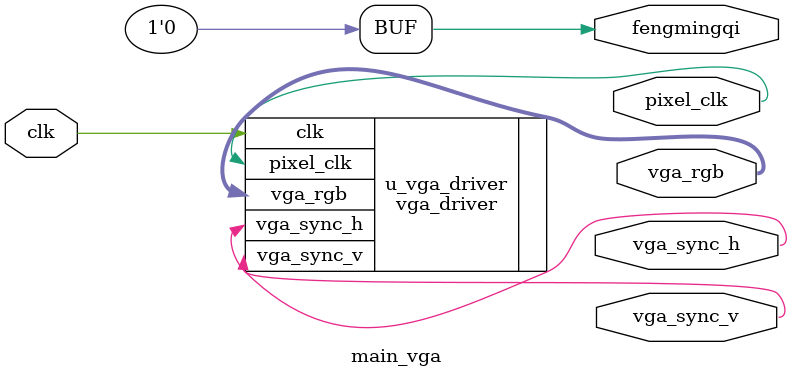
<source format=v>
module main_vga (
    input   wire        clk,        // system clock 50MHz
    output  wire        pixel_clk,  // pixel clock 25MHz
    
    output  wire        vga_sync_h, // vga horizontal sync signal        
    output  wire        vga_sync_v, // vga vertical sync signal
    
    output  wire [5:0]  vga_rgb,    // vga color data {2'd{red}, 2'd{green}, 2'd{blue}}

    output  reg         fengmingqi  // buzzer(beep) signal
);
    
    initial begin
        fengmingqi = 1'b0;  // turn off the buzzer(beep)
    end

    vga_driver u_vga_driver(
        .clk            (   clk           ),
        .pixel_clk      (   pixel_clk     ),

        .vga_sync_h     (   vga_sync_h    ),
        .vga_sync_v     (   vga_sync_v    ),

        .vga_rgb        (   vga_rgb       )   
    );

endmodule
</source>
